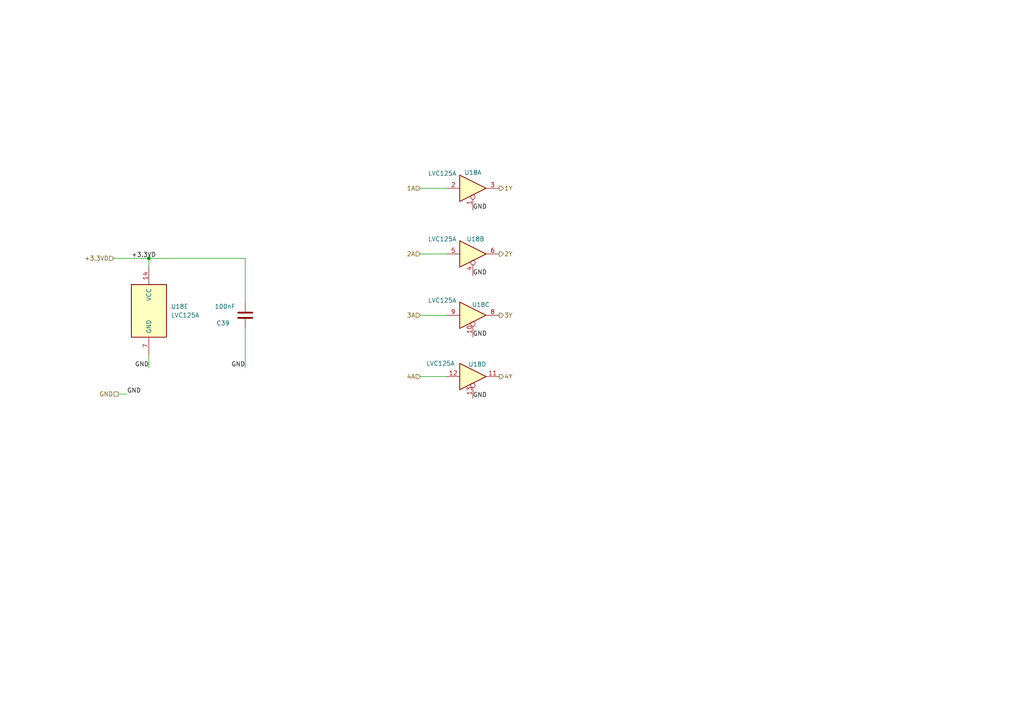
<source format=kicad_sch>
(kicad_sch (version 20231120) (generator "eeschema") (generator_version "8.0")
  (paper "A4")
  (title_block (date "2024-04-17") (rev "1.0"))
  (lib_symbols
    (symbol "74xx:74LVC125" (pin_names (offset 1.016))
      (property "Reference" "U" (at 0 1.27 0))
      (property "Value" "74LVC125" (at 0 -1.27 0))
      (symbol "74LVC125_1_0"
        (polyline (pts (xy -3.81 3.81) (xy -3.81 -3.81) (xy 3.81 0) (xy -3.81 3.81)) (stroke (width 0.254)) (fill (type background)))
        (pin input inverted (at 0 -6.35 90) (length 4.445) (name "~") (number "1"))
        (pin input line (at -7.62 0 0) (length 3.81) (name "~") (number "2"))
        (pin tri_state line (at 7.62 0 180) (length 3.81) (name "~") (number "3"))
      )
      (symbol "74LVC125_2_0"
        (polyline (pts (xy -3.81 3.81) (xy -3.81 -3.81) (xy 3.81 0) (xy -3.81 3.81)) (stroke (width 0.254)) (fill (type background)))
        (pin input inverted (at 0 -6.35 90) (length 4.445) (name "~") (number "4"))
        (pin input line (at -7.62 0 0) (length 3.81) (name "~") (number "5"))
        (pin tri_state line (at 7.62 0 180) (length 3.81) (name "~") (number "6"))
      )
      (symbol "74LVC125_3_0"
        (polyline (pts (xy -3.81 3.81) (xy -3.81 -3.81) (xy 3.81 0) (xy -3.81 3.81)) (stroke (width 0.254)) (fill (type background)))
        (pin input inverted (at 0 -6.35 90) (length 4.445) (name "~") (number "10"))
        (pin tri_state line (at 7.62 0 180) (length 3.81) (name "~") (number "8"))
        (pin input line (at -7.62 0 0) (length 3.81) (name "~") (number "9"))
      )
      (symbol "74LVC125_4_0"
        (polyline (pts (xy -3.81 3.81) (xy -3.81 -3.81) (xy 3.81 0) (xy -3.81 3.81)) (stroke (width 0.254)) (fill (type background)))
        (pin tri_state line (at 7.62 0 180) (length 3.81) (name "~") (number "11"))
        (pin input line (at -7.62 0 0) (length 3.81) (name "~") (number "12"))
        (pin input inverted (at 0 -6.35 90) (length 4.445) (name "~") (number "13"))
      )
      (symbol "74LVC125_5_0"
        (pin power_in line (at 0 12.7 270) (length 5.08) (name "VCC") (number "14"))
        (pin power_in line (at 0 -12.7 90) (length 5.08) (name "GND") (number "7"))
      )
      (symbol "74LVC125_5_1"
        (rectangle (start -5.08 7.62) (end 5.08 -7.62) (stroke (width 0.254)) (fill (type background)))
      )
    )
    (symbol "Device:C" (pin_numbers hide) (pin_names (offset 0.254))
      (property "Reference" "C" (at 0.635 2.54 0))
      (property "Value" "C" (at 0.635 -2.54 0))
      (symbol "C_0_1"
        (polyline (pts (xy -2.032 -0.762) (xy 2.032 -0.762)) (stroke (width 0.508)))
        (polyline (pts (xy -2.032 0.762) (xy 2.032 0.762)) (stroke (width 0.508)))
      )
      (symbol "C_1_1"
        (pin passive line (at 0 3.81 270) (length 2.794) (name "~") (number "1"))
        (pin passive line (at 0 -3.81 90) (length 2.794) (name "~") (number "2"))
      )
    )
  )
  (junction (at 43.18 74.93))
  (wire (pts (xy 71.12 95.25) (xy 71.12 106.68)))
  (wire (pts (xy 121.92 73.66) (xy 129.54 73.66)))
  (wire (pts (xy 71.12 87.63) (xy 71.12 74.93)))
  (wire (pts (xy 121.92 54.61) (xy 129.54 54.61)))
  (wire (pts (xy 43.18 102.87) (xy 43.18 106.68)))
  (wire (pts (xy 34.29 114.3) (xy 36.83 114.3)))
  (wire (pts (xy 33.02 74.93) (xy 43.18 74.93)))
  (wire (pts (xy 43.18 74.93) (xy 43.18 77.47)))
  (wire (pts (xy 121.92 109.22) (xy 129.54 109.22)))
  (wire (pts (xy 43.18 74.93) (xy 71.12 74.93)))
  (wire (pts (xy 121.92 91.44) (xy 129.54 91.44)))
  (label "GND" (at 43.18 106.68 180))
  (label "+3.3VD" (at 38.1 74.93 0))
  (label "GND" (at 137.16 115.57 0))
  (label "GND" (at 137.16 97.79 0))
  (label "GND" (at 71.12 106.68 180))
  (label "GND" (at 137.16 60.96 0))
  (label "GND" (at 137.16 80.01 0))
  (label "GND" (at 36.83 114.3 0))
  (hierarchical_label "1Y" (shape output) (at 144.78 54.61 0))
  (hierarchical_label "3Y" (shape output) (at 144.78 91.44 0))
  (hierarchical_label "+3.3VD" (shape input) (at 33.02 74.93 180))
  (hierarchical_label "3A" (shape input) (at 121.92 91.44 180))
  (hierarchical_label "4A" (shape input) (at 121.92 109.22 180))
  (hierarchical_label "1A" (shape input) (at 121.92 54.61 180))
  (hierarchical_label "4Y" (shape output) (at 144.78 109.22 0))
  (hierarchical_label "GND" (shape passive) (at 34.29 114.3 180))
  (hierarchical_label "2A" (shape input) (at 121.92 73.66 180))
  (hierarchical_label "2Y" (shape output) (at 144.78 73.66 0))
  (symbol (lib_id "Device:C") (at 71.12 91.44 0) (unit 1)
    (property "Reference" "C39" (at 62.738 93.726 0) (effects (justify left)))
    (property "Value" "100nF" (at 62.23 88.9 0) (effects (justify left)))
    (property "Footprint" "Capacitor_SMD:C_0603_1608Metric" (effects (hide yes)))
  )
  (symbol (lib_id "74xx:74LVC125") (at 137.16 73.66 0) (unit 2)
    (property "Reference" "U18" (at 137.922 69.342 0))
    (property "Value" "LVC125A" (at 128.27 69.342 0))
    (property "Footprint" "Package_SO:SSOP-14_5.3x6.2mm_P0.65mm" (effects (hide yes)))
    (property "Datasheet" "http://www.ti.com/lit/gpn/sn74LVC125" (effects (hide yes)))
    (property "Description" "Quad buffer 3-State outputs" (effects (hide yes)))
  )
  (symbol (lib_id "74xx:74LVC125") (at 43.18 90.17 0) (unit 5)
    (property "Reference" "U18" (at 49.53 88.8999 0) (effects (justify left)))
    (property "Value" "LVC125A" (at 49.53 91.4399 0) (effects (justify left)))
    (property "Footprint" "Package_SO:SSOP-14_5.3x6.2mm_P0.65mm" (effects (hide yes)))
    (property "Datasheet" "http://www.ti.com/lit/gpn/sn74LVC125" (effects (hide yes)))
    (property "Description" "Quad buffer 3-State outputs" (effects (hide yes)))
  )
  (symbol (lib_id "74xx:74LVC125") (at 137.16 109.22 0) (unit 4)
    (property "Reference" "U18" (at 138.43 105.664 0))
    (property "Value" "LVC125A" (at 127.762 105.41 0))
    (property "Footprint" "Package_SO:SSOP-14_5.3x6.2mm_P0.65mm" (effects (hide yes)))
    (property "Datasheet" "http://www.ti.com/lit/gpn/sn74LVC125" (effects (hide yes)))
    (property "Description" "Quad buffer 3-State outputs" (effects (hide yes)))
  )
  (symbol (lib_id "74xx:74LVC125") (at 137.16 91.44 0) (unit 3)
    (property "Reference" "U18" (at 139.446 88.392 0))
    (property "Value" "LVC125A" (at 128.27 87.122 0))
    (property "Footprint" "Package_SO:SSOP-14_5.3x6.2mm_P0.65mm" (effects (hide yes)))
    (property "Datasheet" "http://www.ti.com/lit/gpn/sn74LVC125" (effects (hide yes)))
    (property "Description" "Quad buffer 3-State outputs" (effects (hide yes)))
  )
  (symbol (lib_id "74xx:74LVC125") (at 137.16 54.61 0) (unit 1)
    (property "Reference" "U18" (at 137.16 50.038 0))
    (property "Value" "LVC125A" (at 128.27 50.292 0))
    (property "Footprint" "Package_SO:SSOP-14_5.3x6.2mm_P0.65mm" (effects (hide yes)))
    (property "Datasheet" "http://www.ti.com/lit/gpn/sn74LVC125" (effects (hide yes)))
    (property "Description" "Quad buffer 3-State outputs" (effects (hide yes)))
  )
)
</source>
